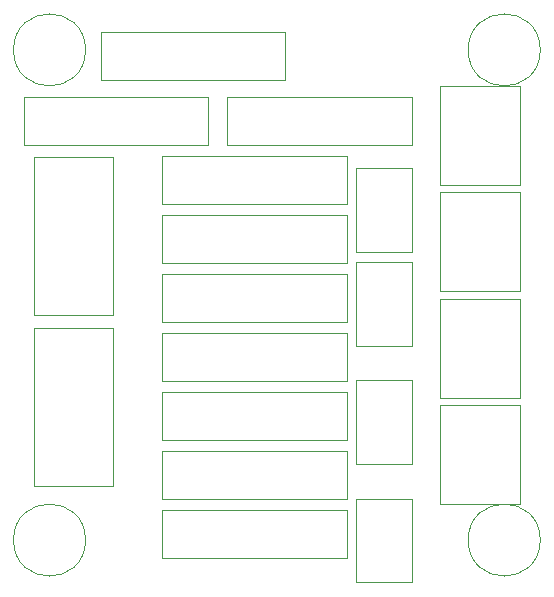
<source format=gbr>
%TF.GenerationSoftware,KiCad,Pcbnew,(5.1.5)-3*%
%TF.CreationDate,2022-05-23T16:29:15+01:00*%
%TF.ProjectId,level_shifter,6c657665-6c5f-4736-9869-667465722e6b,rev?*%
%TF.SameCoordinates,Original*%
%TF.FileFunction,Other,User*%
%FSLAX46Y46*%
G04 Gerber Fmt 4.6, Leading zero omitted, Abs format (unit mm)*
G04 Created by KiCad (PCBNEW (5.1.5)-3) date 2022-05-23 16:29:15*
%MOMM*%
%LPD*%
G04 APERTURE LIST*
%ADD10C,0.050000*%
G04 APERTURE END LIST*
D10*
%TO.C,R10*%
X122550000Y-103450000D02*
X122550000Y-107550000D01*
X122550000Y-107550000D02*
X138150000Y-107550000D01*
X138150000Y-107550000D02*
X138150000Y-103450000D01*
X138150000Y-103450000D02*
X122550000Y-103450000D01*
%TO.C,R9*%
X122550000Y-93450000D02*
X122550000Y-97550000D01*
X122550000Y-97550000D02*
X138150000Y-97550000D01*
X138150000Y-97550000D02*
X138150000Y-93450000D01*
X138150000Y-93450000D02*
X122550000Y-93450000D01*
%TO.C,R8*%
X122550000Y-83450000D02*
X122550000Y-87550000D01*
X122550000Y-87550000D02*
X138150000Y-87550000D01*
X138150000Y-87550000D02*
X138150000Y-83450000D01*
X138150000Y-83450000D02*
X122550000Y-83450000D01*
%TO.C,R7*%
X122550000Y-73450000D02*
X122550000Y-77550000D01*
X122550000Y-77550000D02*
X138150000Y-77550000D01*
X138150000Y-77550000D02*
X138150000Y-73450000D01*
X138150000Y-73450000D02*
X122550000Y-73450000D01*
%TO.C,R6*%
X122550000Y-98450000D02*
X122550000Y-102550000D01*
X122550000Y-102550000D02*
X138150000Y-102550000D01*
X138150000Y-102550000D02*
X138150000Y-98450000D01*
X138150000Y-98450000D02*
X122550000Y-98450000D01*
%TO.C,R5*%
X122550000Y-88450000D02*
X122550000Y-92550000D01*
X122550000Y-92550000D02*
X138150000Y-92550000D01*
X138150000Y-92550000D02*
X138150000Y-88450000D01*
X138150000Y-88450000D02*
X122550000Y-88450000D01*
%TO.C,R4*%
X122550000Y-78450000D02*
X122550000Y-82550000D01*
X122550000Y-82550000D02*
X138150000Y-82550000D01*
X138150000Y-82550000D02*
X138150000Y-78450000D01*
X138150000Y-78450000D02*
X122550000Y-78450000D01*
%TO.C,R3*%
X128050000Y-68450000D02*
X128050000Y-72550000D01*
X128050000Y-72550000D02*
X143650000Y-72550000D01*
X143650000Y-72550000D02*
X143650000Y-68450000D01*
X143650000Y-68450000D02*
X128050000Y-68450000D01*
%TO.C,R2*%
X132950000Y-67050000D02*
X132950000Y-62950000D01*
X132950000Y-62950000D02*
X117350000Y-62950000D01*
X117350000Y-62950000D02*
X117350000Y-67050000D01*
X117350000Y-67050000D02*
X132950000Y-67050000D01*
%TO.C,R1*%
X126450000Y-72550000D02*
X126450000Y-68450000D01*
X126450000Y-68450000D02*
X110850000Y-68450000D01*
X110850000Y-68450000D02*
X110850000Y-72550000D01*
X110850000Y-72550000D02*
X126450000Y-72550000D01*
%TO.C,J6*%
X152850000Y-94550000D02*
X146100000Y-94550000D01*
X146100000Y-94550000D02*
X146100000Y-102950000D01*
X146100000Y-102950000D02*
X152850000Y-102950000D01*
X152850000Y-102950000D02*
X152850000Y-94550000D01*
%TO.C,J5*%
X152850000Y-85550000D02*
X146100000Y-85550000D01*
X146100000Y-85550000D02*
X146100000Y-93950000D01*
X146100000Y-93950000D02*
X152850000Y-93950000D01*
X152850000Y-93950000D02*
X152850000Y-85550000D01*
%TO.C,J4*%
X152850000Y-76550000D02*
X146100000Y-76550000D01*
X146100000Y-76550000D02*
X146100000Y-84950000D01*
X146100000Y-84950000D02*
X152850000Y-84950000D01*
X152850000Y-84950000D02*
X152850000Y-76550000D01*
%TO.C,J3*%
X152850000Y-67550000D02*
X146100000Y-67550000D01*
X146100000Y-67550000D02*
X146100000Y-75950000D01*
X146100000Y-75950000D02*
X152850000Y-75950000D01*
X152850000Y-75950000D02*
X152850000Y-67550000D01*
%TO.C,J2*%
X111650000Y-101450000D02*
X118400000Y-101450000D01*
X118400000Y-101450000D02*
X118400000Y-88050000D01*
X118400000Y-88050000D02*
X111650000Y-88050000D01*
X111650000Y-88050000D02*
X111650000Y-101450000D01*
%TO.C,J1*%
X111650000Y-86950000D02*
X118400000Y-86950000D01*
X118400000Y-86950000D02*
X118400000Y-73550000D01*
X118400000Y-73550000D02*
X111650000Y-73550000D01*
X111650000Y-73550000D02*
X111650000Y-86950000D01*
%TO.C,REF\002A\002A*%
X116050000Y-106000000D02*
G75*
G03X116050000Y-106000000I-3050000J0D01*
G01*
X154550000Y-64500000D02*
G75*
G03X154550000Y-64500000I-3050000J0D01*
G01*
X116050000Y-64500000D02*
G75*
G03X116050000Y-64500000I-3050000J0D01*
G01*
X154550000Y-106000000D02*
G75*
G03X154550000Y-106000000I-3050000J0D01*
G01*
%TO.C,Q1*%
X138990000Y-81590000D02*
X138990000Y-74490000D01*
X138990000Y-81590000D02*
X143730000Y-81590000D01*
X143730000Y-74490000D02*
X138990000Y-74490000D01*
X143730000Y-74490000D02*
X143730000Y-81590000D01*
%TO.C,Q2*%
X143730000Y-82490000D02*
X143730000Y-89590000D01*
X143730000Y-82490000D02*
X138990000Y-82490000D01*
X138990000Y-89590000D02*
X143730000Y-89590000D01*
X138990000Y-89590000D02*
X138990000Y-82490000D01*
%TO.C,Q3*%
X143730000Y-92490000D02*
X143730000Y-99590000D01*
X143730000Y-92490000D02*
X138990000Y-92490000D01*
X138990000Y-99590000D02*
X143730000Y-99590000D01*
X138990000Y-99590000D02*
X138990000Y-92490000D01*
%TO.C,Q4*%
X138990000Y-109590000D02*
X138990000Y-102490000D01*
X138990000Y-109590000D02*
X143730000Y-109590000D01*
X143730000Y-102490000D02*
X138990000Y-102490000D01*
X143730000Y-102490000D02*
X143730000Y-109590000D01*
%TD*%
M02*

</source>
